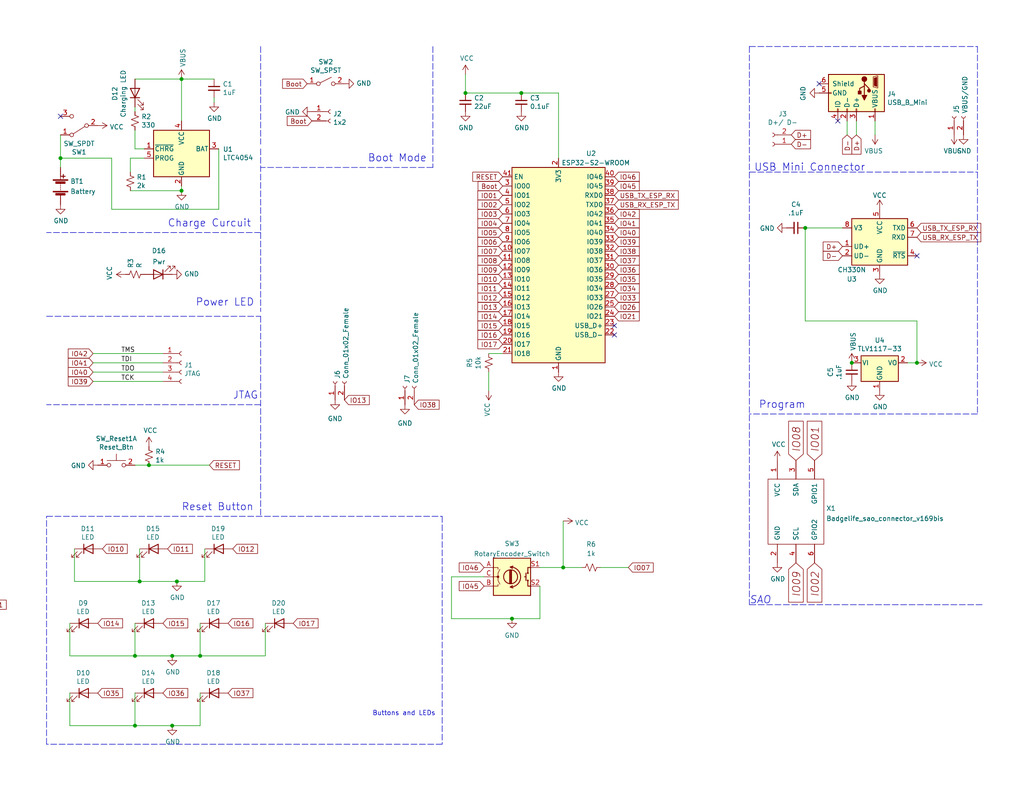
<source format=kicad_sch>
(kicad_sch (version 20211123) (generator eeschema)
  (paper "USLetter")
  (title_block (title "Prospect Boards") (date "2022-07-03") (rev "1.0") (company "BadgePirates") (comment 1 "ESP32-S2 WROVER") (comment 2 "Li-Ion Charging") (comment 3 "USB to Serial Connector"))
  (lib_symbols
    (symbol "BadgePirates:Badgelife_sao_connector_v169bis" (pin_names (offset 1.016))
      (property "Reference" "X" (at 0 0 0))
      (property "Value" "Badgelife_sao_connector_v169bis" (at 0 20.32 0))
      (symbol "Badgelife_sao_connector_v169bis_0_1"
        (rectangle (start -7.62 8.89) (end 7.62 -8.89))
      )
      (symbol "Badgelife_sao_connector_v169bis_1_1"
        (pin input line (at -5.08 13.97 270) (length 5.08) (name "VCC") (number "1"))
        (pin input line (at -5.08 -13.97 90) (length 5.08) (name "GND") (number "2"))
        (pin input line (at 0 13.97 270) (length 5.08) (name "SDA") (number "3"))
        (pin input line (at 0 -13.97 90) (length 5.08) (name "SCL") (number "4"))
        (pin input line (at 5.08 13.97 270) (length 5.08) (name "GPIO1") (number "5"))
        (pin input line (at 5.08 -13.97 90) (length 5.08) (name "GPIO2") (number "6"))
      )
    )
    (symbol "Battery_Management:LTC4054ES5-4.2" (pin_names (offset 0.254))
      (property "Reference" "U" (at -5.842 6.604 0))
      (property "Value" "LTC4054ES5-4.2" (at 1.524 6.604 0))
      (symbol "LTC4054ES5-4.2_0_1"
        (rectangle (start -7.62 5.08) (end 7.62 -7.62) (stroke (width 0.254)) (fill (type background)))
      )
      (symbol "LTC4054ES5-4.2_1_1"
        (pin open_collector line (at -10.16 0 0) (length 2.54) (name "~{CHRG}") (number "1"))
        (pin power_in line (at 0 -10.16 90) (length 2.54) (name "GND") (number "2"))
        (pin power_out line (at 10.16 0 180) (length 2.54) (name "BAT") (number "3"))
        (pin power_in line (at 0 7.62 270) (length 2.54) (name "VCC") (number "4"))
        (pin bidirectional line (at -10.16 -2.54 0) (length 2.54) (name "PROG") (number "5"))
      )
    )
    (symbol "Connector:Conn_01x02_Female" (pin_names (offset 1.016) hide)
      (property "Reference" "J" (at 0 2.54 0))
      (property "Value" "Conn_01x02_Female" (at 0 -5.08 0))
      (symbol "Conn_01x02_Female_1_1"
        (arc (start 0 -2.032) (mid -0.508 -2.54) (end 0 -3.048) (stroke (width 0.1524)))
        (polyline (pts (xy -1.27 -2.54) (xy -0.508 -2.54)) (stroke (width 0.1524)))
        (polyline (pts (xy -1.27 0) (xy -0.508 0)) (stroke (width 0.1524)))
        (arc (start 0 0.508) (mid -0.508 0) (end 0 -0.508) (stroke (width 0.1524)))
        (pin passive line (at -5.08 0 0) (length 3.81) (name "Pin_1") (number "1"))
        (pin passive line (at -5.08 -2.54 0) (length 3.81) (name "Pin_2") (number "2"))
      )
    )
    (symbol "Connector:Conn_01x04_Female" (pin_names (offset 1.016) hide)
      (property "Reference" "J" (at 0 5.08 0))
      (property "Value" "Conn_01x04_Female" (at 0 -7.62 0))
      (symbol "Conn_01x04_Female_1_1"
        (arc (start 0 -4.572) (mid -0.508 -5.08) (end 0 -5.588) (stroke (width 0.1524)))
        (arc (start 0 -2.032) (mid -0.508 -2.54) (end 0 -3.048) (stroke (width 0.1524)))
        (polyline (pts (xy -1.27 -5.08) (xy -0.508 -5.08)) (stroke (width 0.1524)))
        (polyline (pts (xy -1.27 -2.54) (xy -0.508 -2.54)) (stroke (width 0.1524)))
        (polyline (pts (xy -1.27 0) (xy -0.508 0)) (stroke (width 0.1524)))
        (polyline (pts (xy -1.27 2.54) (xy -0.508 2.54)) (stroke (width 0.1524)))
        (arc (start 0 0.508) (mid -0.508 0) (end 0 -0.508) (stroke (width 0.1524)))
        (arc (start 0 3.048) (mid -0.508 2.54) (end 0 2.032) (stroke (width 0.1524)))
        (pin passive line (at -5.08 2.54 0) (length 3.81) (name "Pin_1") (number "1"))
        (pin passive line (at -5.08 0 0) (length 3.81) (name "Pin_2") (number "2"))
        (pin passive line (at -5.08 -2.54 0) (length 3.81) (name "Pin_3") (number "3"))
        (pin passive line (at -5.08 -5.08 0) (length 3.81) (name "Pin_4") (number "4"))
      )
    )
    (symbol "Connector:USB_B_Mini" (pin_names (offset 1.016))
      (property "Reference" "J" (at -5.08 11.43 0))
      (property "Value" "USB_B_Mini" (at -5.08 8.89 0))
      (symbol "USB_B_Mini_0_1"
        (rectangle (start -5.08 -7.62) (end 5.08 7.62) (stroke (width 0.254)) (fill (type background)))
        (circle (center -3.81 2.159) (radius 0.635) (stroke (width 0.254)) (fill (type outline)))
        (circle (center -0.635 3.429) (radius 0.381) (stroke (width 0.254)) (fill (type outline)))
        (rectangle (start -0.127 -7.62) (end 0.127 -6.858))
        (polyline (pts (xy -1.905 2.159) (xy 0.635 2.159)) (stroke (width 0.254)))
        (polyline (pts (xy -3.175 2.159) (xy -2.54 2.159) (xy -1.27 3.429) (xy -0.635 3.429)) (stroke (width 0.254)))
        (polyline (pts (xy -2.54 2.159) (xy -1.905 2.159) (xy -1.27 0.889) (xy 0 0.889)) (stroke (width 0.254)))
        (polyline (pts (xy 0.635 2.794) (xy 0.635 1.524) (xy 1.905 2.159) (xy 0.635 2.794)) (stroke (width 0.254)) (fill (type outline)))
        (polyline (pts (xy -4.318 5.588) (xy -1.778 5.588) (xy -2.032 4.826) (xy -4.064 4.826) (xy -4.318 5.588)) (fill (type outline)))
        (polyline (pts (xy -4.699 5.842) (xy -4.699 5.588) (xy -4.445 4.826) (xy -4.445 4.572) (xy -1.651 4.572) (xy -1.651 4.826) (xy -1.397 5.588) (xy -1.397 5.842) (xy -4.699 5.842)))
        (rectangle (start 0.254 1.27) (end -0.508 0.508) (stroke (width 0.254)) (fill (type outline)))
        (rectangle (start 5.08 -5.207) (end 4.318 -4.953))
        (rectangle (start 5.08 -2.667) (end 4.318 -2.413))
        (rectangle (start 5.08 -0.127) (end 4.318 0.127))
        (rectangle (start 5.08 4.953) (end 4.318 5.207))
      )
      (symbol "USB_B_Mini_1_1"
        (pin power_out line (at 7.62 5.08 180) (length 2.54) (name "VBUS") (number "1"))
        (pin bidirectional line (at 7.62 -2.54 180) (length 2.54) (name "D-") (number "2"))
        (pin bidirectional line (at 7.62 0 180) (length 2.54) (name "D+") (number "3"))
        (pin passive line (at 7.62 -5.08 180) (length 2.54) (name "ID") (number "4"))
        (pin power_out line (at 0 -10.16 90) (length 2.54) (name "GND") (number "5"))
        (pin passive line (at -2.54 -10.16 90) (length 2.54) (name "Shield") (number "6"))
      )
    )
    (symbol "Device:Battery" (pin_numbers hide) (pin_names (offset 0) hide)
      (property "Reference" "BT" (at 2.54 2.54 0))
      (property "Value" "Battery" (at 2.54 0 0))
      (symbol "Battery_0_1"
        (rectangle (start -2.032 -1.397) (end 2.032 -1.651) (fill (type outline)))
        (rectangle (start -2.032 1.778) (end 2.032 1.524) (fill (type outline)))
        (rectangle (start -1.3208 -1.9812) (end 1.27 -2.4892) (fill (type outline)))
        (rectangle (start -1.3208 1.1938) (end 1.27 0.6858) (fill (type outline)))
        (polyline (pts (xy 0 -1.524) (xy 0 -1.27)))
        (polyline (pts (xy 0 -1.016) (xy 0 -0.762)))
        (polyline (pts (xy 0 -0.508) (xy 0 -0.254)))
        (polyline (pts (xy 0 0) (xy 0 0.254)))
        (polyline (pts (xy 0 0.508) (xy 0 0.762)))
        (polyline (pts (xy 0 1.778) (xy 0 2.54)))
        (polyline (pts (xy 0.254 2.667) (xy 1.27 2.667)) (stroke (width 0.254)))
        (polyline (pts (xy 0.762 3.175) (xy 0.762 2.159)) (stroke (width 0.254)))
      )
      (symbol "Battery_1_1"
        (pin passive line (at 0 5.08 270) (length 2.54) (name "+") (number "1"))
        (pin passive line (at 0 -5.08 90) (length 2.54) (name "-") (number "2"))
      )
    )
    (symbol "Device:C_Small" (pin_numbers hide) (pin_names (offset 0.254) hide)
      (property "Reference" "C" (at 0.254 1.778 0))
      (property "Value" "C_Small" (at 0.254 -2.032 0))
      (symbol "C_Small_0_1"
        (polyline (pts (xy -1.524 -0.508) (xy 1.524 -0.508)) (stroke (width 0.3302)))
        (polyline (pts (xy -1.524 0.508) (xy 1.524 0.508)) (stroke (width 0.3048)))
      )
      (symbol "C_Small_1_1"
        (pin passive line (at 0 2.54 270) (length 2.032) (name "~") (number "1"))
        (pin passive line (at 0 -2.54 90) (length 2.032) (name "~") (number "2"))
      )
    )
    (symbol "Device:LED" (pin_numbers hide) (pin_names (offset 1.016) hide)
      (property "Reference" "D" (at 0 2.54 0))
      (property "Value" "LED" (at 0 -2.54 0))
      (symbol "LED_0_1"
        (polyline (pts (xy -1.27 -1.27) (xy -1.27 1.27)) (stroke (width 0.254)))
        (polyline (pts (xy -1.27 0) (xy 1.27 0)))
        (polyline (pts (xy 1.27 -1.27) (xy 1.27 1.27) (xy -1.27 0) (xy 1.27 -1.27)) (stroke (width 0.254)))
        (polyline (pts (xy -3.048 -0.762) (xy -4.572 -2.286) (xy -3.81 -2.286) (xy -4.572 -2.286) (xy -4.572 -1.524)))
        (polyline (pts (xy -1.778 -0.762) (xy -3.302 -2.286) (xy -2.54 -2.286) (xy -3.302 -2.286) (xy -3.302 -1.524)))
      )
      (symbol "LED_1_1"
        (pin passive line (at -3.81 0 0) (length 2.54) (name "K") (number "1"))
        (pin passive line (at 3.81 0 180) (length 2.54) (name "A") (number "2"))
      )
    )
    (symbol "Device:R_Small_US" (pin_numbers hide) (pin_names (offset 0.254) hide)
      (property "Reference" "R" (at 0.762 0.508 0))
      (property "Value" "R_Small_US" (at 0.762 -1.016 0))
      (symbol "R_Small_US_1_1"
        (polyline (pts (xy 0 0) (xy 1.016 -0.381) (xy 0 -0.762) (xy -1.016 -1.143) (xy 0 -1.524)))
        (polyline (pts (xy 0 1.524) (xy 1.016 1.143) (xy 0 0.762) (xy -1.016 0.381) (xy 0 0)))
        (pin passive line (at 0 2.54 270) (length 1.016) (name "~") (number "1"))
        (pin passive line (at 0 -2.54 90) (length 1.016) (name "~") (number "2"))
      )
    )
    (symbol "Device:RotaryEncoder_Switch" (pin_names (offset 0.254) hide)
      (property "Reference" "SW" (at 0 6.604 0))
      (property "Value" "RotaryEncoder_Switch" (at 0 -6.604 0))
      (symbol "RotaryEncoder_Switch_0_1"
        (rectangle (start -5.08 5.08) (end 5.08 -5.08) (stroke (width 0.254)) (fill (type background)))
        (circle (center -3.81 0) (radius 0.254) (fill (type outline)))
        (arc (start -0.381 -2.794) (mid 2.3622 -0.0635) (end -0.381 2.667) (stroke (width 0.254)))
        (circle (center -0.381 0) (radius 1.905) (stroke (width 0.254)))
        (polyline (pts (xy -0.635 -1.778) (xy -0.635 1.778)) (stroke (width 0.254)))
        (polyline (pts (xy -0.381 -1.778) (xy -0.381 1.778)) (stroke (width 0.254)))
        (polyline (pts (xy -0.127 1.778) (xy -0.127 -1.778)) (stroke (width 0.254)))
        (polyline (pts (xy 3.81 0) (xy 3.429 0)) (stroke (width 0.254)))
        (polyline (pts (xy 3.81 1.016) (xy 3.81 -1.016)) (stroke (width 0.254)))
        (polyline (pts (xy -5.08 -2.54) (xy -3.81 -2.54) (xy -3.81 -2.032)))
        (polyline (pts (xy -5.08 2.54) (xy -3.81 2.54) (xy -3.81 2.032)))
        (polyline (pts (xy 0.254 -3.048) (xy -0.508 -2.794) (xy 0.127 -2.413)) (stroke (width 0.254)))
        (polyline (pts (xy 0.254 2.921) (xy -0.508 2.667) (xy 0.127 2.286)) (stroke (width 0.254)))
        (polyline (pts (xy 5.08 -2.54) (xy 4.318 -2.54) (xy 4.318 -1.016)) (stroke (width 0.254)))
        (polyline (pts (xy 5.08 2.54) (xy 4.318 2.54) (xy 4.318 1.016)) (stroke (width 0.254)))
        (polyline (pts (xy -5.08 0) (xy -3.81 0) (xy -3.81 -1.016) (xy -3.302 -2.032)))
        (polyline (pts (xy -4.318 0) (xy -3.81 0) (xy -3.81 1.016) (xy -3.302 2.032)))
        (circle (center 4.318 -1.016) (radius 0.127) (stroke (width 0.254)))
        (circle (center 4.318 1.016) (radius 0.127) (stroke (width 0.254)))
      )
      (symbol "RotaryEncoder_Switch_1_1"
        (pin passive line (at -7.62 2.54 0) (length 2.54) (name "A") (number "A"))
        (pin passive line (at -7.62 -2.54 0) (length 2.54) (name "B") (number "B"))
        (pin passive line (at -7.62 0 0) (length 2.54) (name "C") (number "C"))
        (pin passive line (at 7.62 2.54 180) (length 2.54) (name "S1") (number "S1"))
        (pin passive line (at 7.62 -2.54 180) (length 2.54) (name "S2") (number "S2"))
      )
    )
    (symbol "Interface_USB:CH330N"
      (property "Reference" "U" (at -7.62 6.35 0))
      (property "Value" "CH330N" (at 7.62 6.35 0))
      (symbol "CH330N_0_1"
        (rectangle (start -7.62 5.08) (end 7.62 -7.62) (stroke (width 0.254)) (fill (type background)))
      )
      (symbol "CH330N_1_1"
        (pin bidirectional line (at -10.16 -2.54 0) (length 2.54) (name "UD+") (number "1"))
        (pin bidirectional line (at -10.16 -5.08 0) (length 2.54) (name "UD-") (number "2"))
        (pin power_in line (at 0 -10.16 90) (length 2.54) (name "GND") (number "3"))
        (pin output line (at 10.16 -5.08 180) (length 2.54) (name "~{RTS}") (number "4"))
        (pin power_in line (at 0 7.62 270) (length 2.54) (name "VCC") (number "5"))
        (pin output line (at 10.16 2.54 180) (length 2.54) (name "TXD") (number "6"))
        (pin input line (at 10.16 0 180) (length 2.54) (name "RXD") (number "7"))
        (pin passive line (at -10.16 2.54 0) (length 2.54) (name "V3") (number "8"))
      )
    )
    (symbol "RF_Module:ESP32-S2-WROVER"
      (property "Reference" "U" (at -12.7 29.21 0))
      (property "Value" "ESP32-S2-WROVER" (at 2.54 29.21 0))
      (symbol "ESP32-S2-WROVER_0_1"
        (rectangle (start -12.7 27.94) (end 12.7 -25.4) (stroke (width 0.254)) (fill (type background)))
      )
      (symbol "ESP32-S2-WROVER_1_1"
        (pin power_in line (at 0 -27.94 90) (length 2.54) (name "GND") (number "1"))
        (pin bidirectional line (at -15.24 5.08 0) (length 2.54) (name "IO07") (number "10"))
        (pin bidirectional line (at -15.24 2.54 0) (length 2.54) (name "IO08") (number "11"))
        (pin bidirectional line (at -15.24 0 0) (length 2.54) (name "IO09") (number "12"))
        (pin bidirectional line (at -15.24 -2.54 0) (length 2.54) (name "IO10") (number "13"))
        (pin bidirectional line (at -15.24 -5.08 0) (length 2.54) (name "IO11") (number "14"))
        (pin bidirectional line (at -15.24 -7.62 0) (length 2.54) (name "IO12") (number "15"))
        (pin bidirectional line (at -15.24 -10.16 0) (length 2.54) (name "IO13") (number "16"))
        (pin bidirectional line (at -15.24 -12.7 0) (length 2.54) (name "IO14") (number "17"))
        (pin bidirectional line (at -15.24 -15.24 0) (length 2.54) (name "IO15") (number "18"))
        (pin bidirectional line (at -15.24 -17.78 0) (length 2.54) (name "IO16") (number "19"))
        (pin power_in line (at 0 30.48 270) (length 2.54) (name "3V3") (number "2"))
        (pin bidirectional line (at -15.24 -20.32 0) (length 2.54) (name "IO17") (number "20"))
        (pin bidirectional line (at -15.24 -22.86 0) (length 2.54) (name "IO18") (number "21"))
        (pin bidirectional line (at 15.24 -17.78 180) (length 2.54) (name "USB_D-") (number "22"))
        (pin bidirectional line (at 15.24 -15.24 180) (length 2.54) (name "USB_D+") (number "23"))
        (pin bidirectional line (at 15.24 -12.7 180) (length 2.54) (name "IO21") (number "24"))
        (pin bidirectional line (at 15.24 -10.16 180) (length 2.54) (name "IO26") (number "25"))
        (pin passive line (at 0 -27.94 90) (length 2.54) hide (name "GND") (number "26"))
        (pin bidirectional line (at 15.24 -7.62 180) (length 2.54) (name "IO33") (number "27"))
        (pin bidirectional line (at 15.24 -5.08 180) (length 2.54) (name "IO34") (number "28"))
        (pin bidirectional line (at 15.24 -2.54 180) (length 2.54) (name "IO35") (number "29"))
        (pin bidirectional line (at -15.24 22.86 0) (length 2.54) (name "IO00") (number "3"))
        (pin bidirectional line (at 15.24 0 180) (length 2.54) (name "IO36") (number "30"))
        (pin bidirectional line (at 15.24 2.54 180) (length 2.54) (name "IO37") (number "31"))
        (pin bidirectional line (at 15.24 5.08 180) (length 2.54) (name "IO38") (number "32"))
        (pin bidirectional line (at 15.24 7.62 180) (length 2.54) (name "IO39") (number "33"))
        (pin bidirectional line (at 15.24 10.16 180) (length 2.54) (name "IO40") (number "34"))
        (pin bidirectional line (at 15.24 12.7 180) (length 2.54) (name "IO41") (number "35"))
        (pin bidirectional line (at 15.24 15.24 180) (length 2.54) (name "IO42") (number "36"))
        (pin bidirectional line (at 15.24 17.78 180) (length 2.54) (name "TXD0") (number "37"))
        (pin bidirectional line (at 15.24 20.32 180) (length 2.54) (name "RXD0") (number "38"))
        (pin bidirectional line (at 15.24 22.86 180) (length 2.54) (name "IO45") (number "39"))
        (pin bidirectional line (at -15.24 20.32 0) (length 2.54) (name "IO01") (number "4"))
        (pin input line (at 15.24 25.4 180) (length 2.54) (name "IO46") (number "40"))
        (pin input line (at -15.24 25.4 0) (length 2.54) (name "EN") (number "41"))
        (pin passive line (at 0 -27.94 90) (length 2.54) hide (name "GND") (number "42"))
        (pin passive line (at 0 -27.94 90) (length 2.54) hide (name "GND") (number "43"))
        (pin bidirectional line (at -15.24 17.78 0) (length 2.54) (name "IO02") (number "5"))
        (pin bidirectional line (at -15.24 15.24 0) (length 2.54) (name "IO03") (number "6"))
        (pin bidirectional line (at -15.24 12.7 0) (length 2.54) (name "IO04") (number "7"))
        (pin bidirectional line (at -15.24 10.16 0) (length 2.54) (name "IO05") (number "8"))
        (pin bidirectional line (at -15.24 7.62 0) (length 2.54) (name "IO06") (number "9"))
      )
    )
    (symbol "Regulator_Linear:TLV1117-33" (pin_names (offset 0.254))
      (property "Reference" "U" (at -3.81 3.175 0))
      (property "Value" "TLV1117-33" (at 0 3.175 0))
      (symbol "TLV1117-33_0_1"
        (rectangle (start -5.08 -5.08) (end 5.08 1.905) (stroke (width 0.254)) (fill (type background)))
      )
      (symbol "TLV1117-33_1_1"
        (pin power_in line (at 0 -7.62 90) (length 2.54) (name "GND") (number "1"))
        (pin power_out line (at 7.62 0 180) (length 2.54) (name "VO") (number "2"))
        (pin power_in line (at -7.62 0 0) (length 2.54) (name "VI") (number "3"))
      )
    )
    (symbol "Switch:SW_Push_Dual_x2" (pin_names (offset 1.016) hide)
      (property "Reference" "SW" (at 1.27 2.54 0))
      (property "Value" "SW_Push_Dual_x2" (at 0 -1.524 0))
      (symbol "SW_Push_Dual_x2_0_1"
        (circle (center -2.032 0) (radius 0.508))
        (polyline (pts (xy 0 1.27) (xy 0 3.048)))
        (polyline (pts (xy 2.54 1.27) (xy -2.54 1.27)))
        (circle (center 2.032 0) (radius 0.508))
      )
      (symbol "SW_Push_Dual_x2_1_1"
        (pin passive line (at -5.08 0 0) (length 2.54) (name "C") (number "1"))
        (pin passive line (at 5.08 0 180) (length 2.54) (name "D") (number "2"))
      )
      (symbol "SW_Push_Dual_x2_2_1"
        (pin passive line (at -5.08 0 0) (length 2.54) (name "C") (number "3"))
        (pin passive line (at 5.08 0 180) (length 2.54) (name "D") (number "4"))
      )
    )
    (symbol "Switch:SW_SPDT" (pin_names (offset 0) hide)
      (property "Reference" "SW" (at 0 4.318 0))
      (property "Value" "SW_SPDT" (at 0 -5.08 0))
      (symbol "SW_SPDT_0_0"
        (circle (center -2.032 0) (radius 0.508))
        (circle (center 2.032 -2.54) (radius 0.508))
      )
      (symbol "SW_SPDT_0_1"
        (polyline (pts (xy -1.524 0.254) (xy 1.651 2.286)))
        (circle (center 2.032 2.54) (radius 0.508))
      )
      (symbol "SW_SPDT_1_1"
        (pin passive line (at 5.08 2.54 180) (length 2.54) (name "A") (number "1"))
        (pin passive line (at -5.08 0 0) (length 2.54) (name "B") (number "2"))
        (pin passive line (at 5.08 -2.54 180) (length 2.54) (name "C") (number "3"))
      )
    )
    (symbol "Switch:SW_SPST" (pin_names (offset 0) hide)
      (property "Reference" "SW" (at 0 3.175 0))
      (property "Value" "SW_SPST" (at 0 -2.54 0))
      (symbol "SW_SPST_0_0"
        (circle (center -2.032 0) (radius 0.508))
        (polyline (pts (xy -1.524 0.254) (xy 1.524 1.778)))
        (circle (center 2.032 0) (radius 0.508))
      )
      (symbol "SW_SPST_1_1"
        (pin passive line (at -5.08 0 0) (length 2.54) (name "A") (number "1"))
        (pin passive line (at 5.08 0 180) (length 2.54) (name "B") (number "2"))
      )
    )
    (symbol "power:GND" (power) (pin_names (offset 0))
      (property "Value" "GND" (at 0 -3.81 0))
      (symbol "GND_0_1"
        (polyline (pts (xy 0 0) (xy 0 -1.27) (xy 1.27 -1.27) (xy 0 -2.54) (xy -1.27 -1.27) (xy 0 -1.27)))
      )
      (symbol "GND_1_1"
        (pin power_in line (at 0 0 270) (length 0) hide (name "GND") (number "1"))
      )
    )
    (symbol "power:VBUS" (power) (pin_names (offset 0))
      (property "Value" "VBUS" (at 0 3.81 0))
      (symbol "VBUS_0_1"
        (polyline (pts (xy -0.762 1.27) (xy 0 2.54)))
        (polyline (pts (xy 0 0) (xy 0 2.54)))
        (polyline (pts (xy 0 2.54) (xy 0.762 1.27)))
      )
      (symbol "VBUS_1_1"
        (pin power_in line (at 0 0 90) (length 0) hide (name "VBUS") (number "1"))
      )
    )
    (symbol "power:VCC" (power) (pin_names (offset 0))
      (property "Value" "VCC" (at 0 3.81 0))
      (symbol "VCC_0_1"
        (polyline (pts (xy -0.762 1.27) (xy 0 2.54)))
        (polyline (pts (xy 0 0) (xy 0 2.54)))
        (polyline (pts (xy 0 2.54) (xy 0.762 1.27)))
      )
      (symbol "VCC_1_1"
        (pin power_in line (at 0 0 90) (length 0) hide (name "VCC") (number "1"))
      )
    )
  )
  (junction (at 36.83 198.12))
  (junction (at 232.41 99.06))
  (junction (at 36.83 179.07))
  (junction (at 142.24 25.4))
  (junction (at -55.88 142.24))
  (junction (at 127 25.4))
  (junction (at 40.64 127))
  (junction (at 139.7 168.91))
  (junction (at 16.51 43.18))
  (junction (at 250.19 99.06))
  (junction (at -38.1 173.99))
  (junction (at 54.61 179.07))
  (junction (at -48.26 173.99))
  (junction (at -30.48 173.99))
  (junction (at 46.99 198.12))
  (junction (at 49.53 21.59))
  (junction (at 153.67 154.94))
  (junction (at -38.1 142.24))
  (junction (at -45.72 142.24))
  (junction (at 38.1 158.75))
  (junction (at 46.99 179.07))
  (junction (at 48.26 158.75))
  (junction (at 49.53 52.07))
  (junction (at 219.71 62.23))
  (no_connect (at 167.64 91.44))
  (no_connect (at 229.87 -52.07))
  (no_connect (at 223.52 22.86))
  (no_connect (at 16.51 31.75))
  (no_connect (at 228.6 33.02))
  (no_connect (at 167.64 88.9))
  (no_connect (at 250.19 69.85))
  (polyline (pts (xy 266.7 12.7) (xy 266.7 113.03)))
  (wire (pts (xy 127 25.4) (xy 142.24 25.4)))
  (wire (pts (xy 20.32 158.75) (xy 38.1 158.75)))
  (wire (pts (xy 49.53 50.8) (xy 49.53 52.07)))
  (polyline (pts (xy 12.7 140.97) (xy 120.65 140.97)))
  (wire (pts (xy 36.83 189.23) (xy 36.83 198.12)))
  (polyline (pts (xy 204.47 12.7) (xy 204.47 165.1)))
  (wire (pts (xy 36.83 40.64) (xy 39.37 40.64)))
  (wire (pts (xy 39.37 43.18) (xy 35.56 43.18)))
  (wire (pts (xy 142.24 25.4) (xy 152.4 25.4)))
  (polyline (pts (xy 118.11 12.7) (xy 118.11 45.72)))
  (polyline (pts (xy 12.7 86.36) (xy 71.12 86.36)))
  (polyline (pts (xy 12.7 203.2) (xy 12.7 140.97)))
  (wire (pts (xy 19.05 189.23) (xy 19.05 198.12)))
  (wire (pts (xy 132.08 157.48) (xy 123.19 157.48)))
  (wire (pts (xy 25.4 96.52) (xy 44.45 96.52)))
  (wire (pts (xy -20.32 142.24) (xy -20.32 133.35)))
  (wire (pts (xy 36.83 127) (xy 40.64 127)))
  (wire (pts (xy 58.42 26.67) (xy 58.42 27.94)))
  (wire (pts (xy 55.88 149.86) (xy 55.88 158.75)))
  (polyline (pts (xy 204.47 12.7) (xy 266.7 12.7)))
  (wire (pts (xy 247.65 99.06) (xy 250.19 99.06)))
  (wire (pts (xy -30.48 173.99) (xy -12.7 173.99)))
  (polyline (pts (xy 118.11 45.72) (xy 71.12 45.72)))
  (wire (pts (xy 123.19 168.91) (xy 139.7 168.91)))
  (polyline (pts (xy 71.12 12.7) (xy 71.12 39.37)))
  (polyline (pts (xy 267.97 165.1) (xy 204.47 165.1)))
  (wire (pts (xy 54.61 189.23) (xy 54.61 198.12)))
  (wire (pts (xy 19.05 170.18) (xy 19.05 179.07)))
  (wire (pts (xy 35.56 52.07) (xy 49.53 52.07)))
  (wire (pts (xy 137.16 96.52) (xy 133.35 96.52)))
  (wire (pts (xy 36.83 170.18) (xy 36.83 179.07)))
  (wire (pts (xy 72.39 179.07) (xy 72.39 170.18)))
  (wire (pts (xy -30.48 165.1) (xy -30.48 173.99)))
  (wire (pts (xy 219.71 87.63) (xy 250.19 87.63)))
  (wire (pts (xy 25.4 101.6) (xy 44.45 101.6)))
  (wire (pts (xy 250.19 87.63) (xy 250.19 99.06)))
  (wire (pts (xy -12.7 173.99) (xy -12.7 165.1)))
  (wire (pts (xy -73.66 133.35) (xy -73.66 142.24)))
  (wire (pts (xy -38.1 133.35) (xy -38.1 142.24)))
  (wire (pts (xy 16.51 36.83) (xy 16.51 43.18)))
  (wire (pts (xy 127 25.4) (xy 127 20.32)))
  (wire (pts (xy 59.69 57.15) (xy 30.48 57.15)))
  (wire (pts (xy 46.99 198.12) (xy 54.61 198.12)))
  (wire (pts (xy 16.51 43.18) (xy 16.51 45.72)))
  (wire (pts (xy 231.14 33.02) (xy 231.14 36.83)))
  (wire (pts (xy 36.83 198.12) (xy 46.99 198.12)))
  (wire (pts (xy -66.04 173.99) (xy -48.26 173.99)))
  (wire (pts (xy 36.83 35.56) (xy 36.83 40.64)))
  (wire (pts (xy 147.32 160.02) (xy 147.32 168.91)))
  (wire (pts (xy 123.19 157.48) (xy 123.19 168.91)))
  (wire (pts (xy 153.67 142.24) (xy 153.67 154.94)))
  (wire (pts (xy -73.66 142.24) (xy -55.88 142.24)))
  (wire (pts (xy -55.88 142.24) (xy -45.72 142.24)))
  (wire (pts (xy 20.32 149.86) (xy 20.32 158.75)))
  (wire (pts (xy -66.04 165.1) (xy -66.04 173.99)))
  (wire (pts (xy 36.83 29.21) (xy 36.83 30.48)))
  (polyline (pts (xy 120.65 203.2) (xy 12.7 203.2)))
  (wire (pts (xy 40.64 127) (xy 57.15 127)))
  (polyline (pts (xy 71.12 110.49) (xy 12.7 110.49)))
  (wire (pts (xy 233.68 33.02) (xy 233.68 36.83)))
  (wire (pts (xy -38.1 173.99) (xy -30.48 173.99)))
  (wire (pts (xy 229.87 62.23) (xy 219.71 62.23)))
  (polyline (pts (xy 71.12 86.36) (xy 71.12 140.97)))
  (wire (pts (xy 38.1 149.86) (xy 38.1 158.75)))
  (wire (pts (xy 49.53 21.59) (xy 58.42 21.59)))
  (wire (pts (xy 38.1 158.75) (xy 48.26 158.75)))
  (wire (pts (xy 19.05 179.07) (xy 36.83 179.07)))
  (wire (pts (xy 163.83 154.94) (xy 171.45 154.94)))
  (wire (pts (xy 59.69 40.64) (xy 59.69 57.15)))
  (wire (pts (xy 153.67 154.94) (xy 158.75 154.94)))
  (polyline (pts (xy 204.47 46.99) (xy 266.7 46.99)))
  (wire (pts (xy 152.4 25.4) (xy 152.4 43.18)))
  (polyline (pts (xy 120.65 140.97) (xy 120.65 203.2)))
  (wire (pts (xy 219.71 62.23) (xy 219.71 87.63)))
  (wire (pts (xy -48.26 165.1) (xy -48.26 173.99)))
  (wire (pts (xy 46.99 179.07) (xy 54.61 179.07)))
  (wire (pts (xy -55.88 133.35) (xy -55.88 142.24)))
  (wire (pts (xy 19.05 198.12) (xy 36.83 198.12)))
  (wire (pts (xy -45.72 142.24) (xy -38.1 142.24)))
  (wire (pts (xy 54.61 170.18) (xy 54.61 179.07)))
  (wire (pts (xy 147.32 154.94) (xy 153.67 154.94)))
  (wire (pts (xy 36.83 179.07) (xy 46.99 179.07)))
  (wire (pts (xy 30.48 57.15) (xy 30.48 43.18)))
  (wire (pts (xy 133.35 101.6) (xy 133.35 106.68)))
  (wire (pts (xy -38.1 142.24) (xy -20.32 142.24)))
  (wire (pts (xy 238.76 33.02) (xy 238.76 36.83)))
  (wire (pts (xy 25.4 99.06) (xy 44.45 99.06)))
  (wire (pts (xy 54.61 179.07) (xy 72.39 179.07)))
  (polyline (pts (xy 266.7 113.03) (xy 204.47 113.03)))
  (wire (pts (xy 147.32 168.91) (xy 139.7 168.91)))
  (wire (pts (xy -48.26 173.99) (xy -38.1 173.99)))
  (polyline (pts (xy 71.12 40.64) (xy 71.12 85.09)))
  (wire (pts (xy 30.48 43.18) (xy 16.51 43.18)))
  (wire (pts (xy 48.26 158.75) (xy 55.88 158.75)))
  (polyline (pts (xy 71.12 63.5) (xy 12.7 63.5)))
  (wire (pts (xy 36.83 21.59) (xy 49.53 21.59)))
  (wire (pts (xy 25.4 104.14) (xy 44.45 104.14)))
  (wire (pts (xy 49.53 21.59) (xy 49.53 33.02)))
  (wire (pts (xy 35.56 43.18) (xy 35.56 46.99)))
  (text "Reset Button\n" (at 49.53 139.7 0) (effects (font (size 2.0066 2.0066)) (justify left bottom)))
  (text "Power LED" (at 53.34 83.82 0) (effects (font (size 2.0066 2.0066)) (justify left bottom)))
  (text "Program" (at 207.01 111.76 0) (effects (font (size 2.0066 2.0066)) (justify left bottom)))
  (text "JTAG" (at 63.5 109.22 0) (effects (font (size 2.0066 2.0066)) (justify left bottom)))
  (text "Boot Mode" (at 100.33 44.45 0) (effects (font (size 2.0066 2.0066)) (justify left bottom)))
  (text "Charge Curcuit\n" (at 45.72 62.23 0) (effects (font (size 2.0066 2.0066)) (justify left bottom)))
  (text "USB Mini Connector" (at 205.74 46.99 0) (effects (font (size 2.0066 2.0066)) (justify left bottom)))
  (text "SAO" (at 204.47 165.1 0) (effects (font (size 2.0066 2.0066) italic) (justify left bottom)))
  (text "Buttons and LEDs" (at 101.6 195.58 0) (effects (font (size 1.27 1.27)) (justify left bottom)))
  (label "TMS" (at 33.02 96.52 0))
  (label "TDO" (at 33.02 101.6 0))
  (label "TCK" (at 33.02 104.14 0))
  (label "TDI" (at 33.02 99.06 0))
  (global_label "USB_RX_ESP_TX" (shape input) (at 250.19 64.77 0) (property "Intersheet References" "${INTERSHEET_REFS}" (effects hide)))
  (global_label "Boot" (shape input) (at 85.09 33.02 180) (property "Intersheet References" "${INTERSHEET_REFS}" (effects hide)))
  (global_label "Boot" (shape input) (at 137.16 50.8 180) (property "Intersheet References" "${INTERSHEET_REFS}" (effects hide)))
  (global_label "IO33" (shape input) (at -40.64 165.1 0) (property "Intersheet References" "${INTERSHEET_REFS}" (effects hide)))
  (global_label "IO35" (shape input) (at 26.67 189.23 0) (property "Intersheet References" "${INTERSHEET_REFS}" (effects hide)))
  (global_label "USB_TX_ESP_RX" (shape input) (at 167.64 53.34 0) (property "Intersheet References" "${INTERSHEET_REFS}" (effects hide)))
  (global_label "IO06" (shape input) (at 137.16 66.04 180) (property "Intersheet References" "${INTERSHEET_REFS}" (effects hide)))
  (global_label "RESET" (shape input) (at 57.15 127 0) (property "Intersheet References" "${INTERSHEET_REFS}" (effects hide)))
  (global_label "IO05" (shape input) (at 137.16 63.5 180) (property "Intersheet References" "${INTERSHEET_REFS}" (effects hide)))
  (global_label "IO36" (shape input) (at 167.64 73.66 0) (property "Intersheet References" "${INTERSHEET_REFS}" (effects hide)))
  (global_label "D+" (shape input) (at 215.9 36.83 0) (property "Intersheet References" "${INTERSHEET_REFS}" (effects hide)))
  (global_label "IO11" (shape input) (at 137.16 78.74 180) (property "Intersheet References" "${INTERSHEET_REFS}" (effects hide)))
  (global_label "IO05" (shape input) (at -30.48 133.35 0) (property "Intersheet References" "${INTERSHEET_REFS}" (effects hide)))
  (global_label "IO46" (shape input) (at 167.64 48.26 0) (property "Intersheet References" "${INTERSHEET_REFS}" (effects hide)))
  (global_label "IO01" (shape input) (at 137.16 53.34 180) (property "Intersheet References" "${INTERSHEET_REFS}" (effects hide)))
  (global_label "IO02" (shape input) (at 137.16 55.88 180) (property "Intersheet References" "${INTERSHEET_REFS}" (effects hide)))
  (global_label "IO34" (shape input) (at -58.42 165.1 0) (property "Intersheet References" "${INTERSHEET_REFS}" (effects hide)))
  (global_label "IO46" (shape input) (at 132.08 154.94 180) (property "Intersheet References" "${INTERSHEET_REFS}" (effects hide)))
  (global_label "IO08" (shape input) (at 217.17 125.73 90) (effects (font (size 2.0066 2.0066) italic)) (property "Intersheet References" "${INTERSHEET_REFS}" (effects hide)))
  (global_label "IO07" (shape input) (at 137.16 68.58 180) (property "Intersheet References" "${INTERSHEET_REFS}" (effects hide)))
  (global_label "IO45" (shape input) (at 167.64 50.8 0) (property "Intersheet References" "${INTERSHEET_REFS}" (effects hide)))
  (global_label "USB_RX_ESP_TX" (shape input) (at 167.64 55.88 0) (property "Intersheet References" "${INTERSHEET_REFS}" (effects hide)))
  (global_label "IO04" (shape input) (at 137.16 60.96 180) (property "Intersheet References" "${INTERSHEET_REFS}" (effects hide)))
  (global_label "IO08" (shape input) (at 137.16 71.12 180) (property "Intersheet References" "${INTERSHEET_REFS}" (effects hide)))
  (global_label "IO42" (shape input) (at 167.64 58.42 0) (property "Intersheet References" "${INTERSHEET_REFS}" (effects hide)))
  (global_label "IO15" (shape input) (at 137.16 88.9 180) (property "Intersheet References" "${INTERSHEET_REFS}" (effects hide)))
  (global_label "IO26" (shape input) (at 167.64 83.82 0) (property "Intersheet References" "${INTERSHEET_REFS}" (effects hide)))
  (global_label "IO39" (shape input) (at 25.4 104.14 180) (property "Intersheet References" "${INTERSHEET_REFS}" (effects hide)))
  (global_label "IO09" (shape input) (at 217.17 153.67 270) (effects (font (size 2.0066 2.0066) italic)) (property "Intersheet References" "${INTERSHEET_REFS}" (effects hide)))
  (global_label "IO16" (shape input) (at 137.16 91.44 180) (property "Intersheet References" "${INTERSHEET_REFS}" (effects hide)))
  (global_label "IO11" (shape input) (at 45.72 149.86 0) (property "Intersheet References" "${INTERSHEET_REFS}" (effects hide)))
  (global_label "IO10" (shape input) (at 27.94 149.86 0) (property "Intersheet References" "${INTERSHEET_REFS}" (effects hide)))
  (global_label "IO03" (shape input) (at 137.16 58.42 180) (property "Intersheet References" "${INTERSHEET_REFS}" (effects hide)))
  (global_label "D-" (shape input) (at 215.9 39.37 0) (property "Intersheet References" "${INTERSHEET_REFS}" (effects hide)))
  (global_label "D+" (shape input) (at 229.87 67.31 180) (property "Intersheet References" "${INTERSHEET_REFS}" (effects hide)))
  (global_label "IO41" (shape input) (at 25.4 99.06 180) (property "Intersheet References" "${INTERSHEET_REFS}" (effects hide)))
  (global_label "IO34" (shape input) (at 167.64 78.74 0) (property "Intersheet References" "${INTERSHEET_REFS}" (effects hide)))
  (global_label "IO36" (shape input) (at 44.45 189.23 0) (property "Intersheet References" "${INTERSHEET_REFS}" (effects hide)))
  (global_label "D-" (shape input) (at 229.87 69.85 180) (property "Intersheet References" "${INTERSHEET_REFS}" (effects hide)))
  (global_label "IO33" (shape input) (at 167.64 81.28 0) (property "Intersheet References" "${INTERSHEET_REFS}" (effects hide)))
  (global_label "IO03" (shape input) (at -66.04 133.35 0) (property "Intersheet References" "${INTERSHEET_REFS}" (effects hide)))
  (global_label "IO15" (shape input) (at 44.45 170.18 0) (property "Intersheet References" "${INTERSHEET_REFS}" (effects hide)))
  (global_label "RESET" (shape input) (at 137.16 48.26 180) (property "Intersheet References" "${INTERSHEET_REFS}" (effects hide)))
  (global_label "IO38" (shape input) (at 167.64 68.58 0) (property "Intersheet References" "${INTERSHEET_REFS}" (effects hide)))
  (global_label "IO14" (shape input) (at 137.16 86.36 180) (property "Intersheet References" "${INTERSHEET_REFS}" (effects hide)))
  (global_label "IO02" (shape input) (at 222.25 153.67 270) (effects (font (size 2.0066 2.0066) italic)) (property "Intersheet References" "${INTERSHEET_REFS}" (effects hide)))
  (global_label "IO12" (shape input) (at 63.5 149.86 0) (property "Intersheet References" "${INTERSHEET_REFS}" (effects hide)))
  (global_label "IO01" (shape input) (at 222.25 125.73 90) (effects (font (size 2.0066 2.0066) italic)) (property "Intersheet References" "${INTERSHEET_REFS}" (effects hide)))
  (global_label "IO07" (shape input) (at 171.45 154.94 0) (property "Intersheet References" "${INTERSHEET_REFS}" (effects hide)))
  (global_label "IO40" (shape input) (at 25.4 101.6 180) (property "Intersheet References" "${INTERSHEET_REFS}" (effects hide)))
  (global_label "IO35" (shape input) (at 167.64 76.2 0) (property "Intersheet References" "${INTERSHEET_REFS}" (effects hide)))
  (global_label "IO26" (shape input) (at -22.86 165.1 0) (property "Intersheet References" "${INTERSHEET_REFS}" (effects hide)))
  (global_label "IO21" (shape input) (at -5.08 165.1 0) (property "Intersheet References" "${INTERSHEET_REFS}" (effects hide)))
  (global_label "IO40" (shape input) (at 167.64 63.5 0) (property "Intersheet References" "${INTERSHEET_REFS}" (effects hide)))
  (global_label "D+" (shape input) (at 233.68 36.83 270) (property "Intersheet References" "${INTERSHEET_REFS}" (effects hide)))
  (global_label "IO45" (shape input) (at 132.08 160.02 180) (property "Intersheet References" "${INTERSHEET_REFS}" (effects hide)))
  (global_label "USB_TX_ESP_RX" (shape input) (at 250.19 62.23 0) (property "Intersheet References" "${INTERSHEET_REFS}" (effects hide)))
  (global_label "IO37" (shape input) (at 167.64 71.12 0) (property "Intersheet References" "${INTERSHEET_REFS}" (effects hide)))
  (global_label "IO17" (shape input) (at 80.01 170.18 0) (property "Intersheet References" "${INTERSHEET_REFS}" (effects hide)))
  (global_label "IO09" (shape input) (at 137.16 73.66 180) (property "Intersheet References" "${INTERSHEET_REFS}" (effects hide)))
  (global_label "IO06" (shape input) (at -12.7 133.35 0) (property "Intersheet References" "${INTERSHEET_REFS}" (effects hide)))
  (global_label "IO04" (shape input) (at -48.26 133.35 0) (property "Intersheet References" "${INTERSHEET_REFS}" (effects hide)))
  (global_label "IO12" (shape input) (at 137.16 81.28 180) (property "Intersheet References" "${INTERSHEET_REFS}" (effects hide)))
  (global_label "IO16" (shape input) (at 62.23 170.18 0) (property "Intersheet References" "${INTERSHEET_REFS}" (effects hide)))
  (global_label "IO39" (shape input) (at 167.64 66.04 0) (property "Intersheet References" "${INTERSHEET_REFS}" (effects hide)))
  (global_label "Boot" (shape input) (at 83.82 22.86 180) (property "Intersheet References" "${INTERSHEET_REFS}" (effects hide)))
  (global_label "IO42" (shape input) (at 25.4 96.52 180) (property "Intersheet References" "${INTERSHEET_REFS}" (effects hide)))
  (global_label "IO41" (shape input) (at 167.64 60.96 0) (property "Intersheet References" "${INTERSHEET_REFS}" (effects hide)))
  (global_label "IO13" (shape input) (at 137.16 83.82 180) (property "Intersheet References" "${INTERSHEET_REFS}" (effects hide)))
  (global_label "IO10" (shape input) (at 137.16 76.2 180) (property "Intersheet References" "${INTERSHEET_REFS}" (effects hide)))
  (global_label "IO13" (shape input) (at 93.98 109.22 0) (property "Intersheet References" "${INTERSHEET_REFS}" (effects hide)))
  (global_label "IO37" (shape input) (at 62.23 189.23 0) (property "Intersheet References" "${INTERSHEET_REFS}" (effects hide)))
  (global_label "IO14" (shape input) (at 26.67 170.18 0) (property "Intersheet References" "${INTERSHEET_REFS}" (effects hide)))
  (global_label "IO17" (shape input) (at 137.16 93.98 180) (property "Intersheet References" "${INTERSHEET_REFS}" (effects hide)))
  (global_label "IO38" (shape input) (at 113.03 110.49 0) (property "Intersheet References" "${INTERSHEET_REFS}" (effects hide)))
  (global_label "IO21" (shape input) (at 167.64 86.36 0) (property "Intersheet References" "${INTERSHEET_REFS}" (effects hide)))
  (global_label "D-" (shape input) (at 231.14 36.83 270) (property "Intersheet References" "${INTERSHEET_REFS}" (effects hide)))
  (symbol (lib_id "RF_Module:ESP32-S2-WROVER") (at 152.4 73.66 0) (unit 1)
    (property "Reference" "U2" (at 161.29 41.91 0))
    (property "Value" "ESP32-S2-WROOM" (at 162.56 44.45 0))
    (property "Footprint" "BadgePiratesCommon:ESP32-S2-WROVER" (effects hide))
    (property "Datasheet" "https://www.espressif.com/sites/default/files/documentation/esp32-s2-wroom_esp32-s2-wroom-i_datasheet_en.pdf" (effects hide))
  )
  (symbol (lib_id "Device:C_Small") (at 58.42 24.13 0) (unit 1)
    (property "Reference" "C1" (at 60.7568 22.9616 0) (effects (justify left)))
    (property "Value" "1uF" (at 60.7568 25.273 0) (effects (justify left)))
    (property "Footprint" "BadgePiratesCommon:C_0805_2012Metric" (effects hide))
  )
  (symbol (lib_id "power:GND") (at 48.26 158.75 0) (unit 1)
    (property "Reference" "#PWR011" (effects hide))
    (property "Value" "GND" (at 48.387 163.1442 0))
  )
  (symbol (lib_id "power:GND") (at 58.42 27.94 0) (unit 1)
    (property "Reference" "#PWR014" (effects hide))
    (property "Value" "GND" (at 58.547 32.3342 0))
  )
  (symbol (lib_id "Device:LED") (at 36.83 25.4 90) (unit 1)
    (property "Reference" "D12" (at 31.3182 25.5778 0))
    (property "Value" "Charging LED" (at 33.6296 25.5778 0))
    (property "Footprint" "LED_SMD:LED_1206_3216Metric" (effects hide))
  )
  (symbol (lib_id "Device:LED") (at 43.18 74.93 180) (unit 1)
    (property "Reference" "D16" (at 43.3578 68.453 0))
    (property "Value" "Pwr" (at 43.3578 70.7644 0) (effects (justify bottom)))
    (property "Footprint" "LED_SMD:LED_1206_3216Metric" (effects hide))
  )
  (symbol (lib_id "Switch:SW_SPDT") (at 21.59 34.29 180) (unit 1)
    (property "Reference" "SW1" (at 21.59 41.529 0))
    (property "Value" "SW_SPDT" (at 21.59 39.2176 0))
    (property "Footprint" "BadgePiratesCommon:SW_SPDT_PCM12" (effects hide))
  )
  (symbol (lib_id "Device:LED") (at 24.13 149.86 0) (unit 1)
    (property "Reference" "D11" (at 23.9522 144.3482 0))
    (property "Value" "LED" (at 23.9522 146.6596 0))
    (property "Footprint" "BadgePiratesCommon:LED_Osram_Lx_P47F_D2mm_ReverseMount_Proper_Mask Only" (effects hide))
  )
  (symbol (lib_id "Device:LED") (at 41.91 149.86 0) (unit 1)
    (property "Reference" "D15" (at 41.7322 144.3482 0))
    (property "Value" "LED" (at 41.7322 146.6596 0))
    (property "Footprint" "BadgePiratesCommon:LED_Osram_Lx_P47F_D2mm_ReverseMount_Proper_Mask Only" (effects hide))
  )
  (symbol (lib_id "Device:LED") (at 59.69 149.86 0) (unit 1)
    (property "Reference" "D19" (at 59.5122 144.3482 0))
    (property "Value" "LED" (at 59.5122 146.6596 0))
    (property "Footprint" "BadgePiratesCommon:LED_Osram_Lx_P47F_D2mm_ReverseMount_Proper_Mask Only" (effects hide))
  )
  (symbol (lib_id "power:GND") (at 152.4 101.6 0) (unit 1)
    (property "Reference" "#PWR022" (effects hide))
    (property "Value" "GND" (at 152.527 105.9942 0))
  )
  (symbol (lib_id "Device:R_Small_US") (at 133.35 99.06 0) (unit 1)
    (property "Reference" "R5" (at 128.143 99.06 90))
    (property "Value" "10k" (at 130.4544 99.06 90))
    (property "Footprint" "BadgePiratesCommon:R_1206_3216Metric" (effects hide))
  )
  (symbol (lib_id "Device:C_Small") (at 142.24 27.94 0) (unit 1)
    (property "Reference" "C3" (at 144.5768 26.7716 0) (effects (justify left)))
    (property "Value" "0.1uF" (at 144.5768 29.083 0) (effects (justify left)))
    (property "Footprint" "BadgePiratesCommon:C_0805_2012Metric" (effects hide))
  )
  (symbol (lib_id "Device:C_Small") (at 127 27.94 0) (unit 1)
    (property "Reference" "C2" (at 129.3368 26.7716 0) (effects (justify left)))
    (property "Value" "22uF" (at 129.3368 29.083 0) (effects (justify left)))
    (property "Footprint" "BadgePiratesCommon:C_0805_2012Metric" (effects hide))
  )
  (symbol (lib_id "power:GND") (at 16.51 55.88 0) (unit 1)
    (property "Reference" "#PWR03" (effects hide))
    (property "Value" "GND" (at 16.637 60.2742 0))
  )
  (symbol (lib_id "power:GND") (at 223.52 25.4 270) (unit 1)
    (property "Reference" "#PWR027" (effects hide))
    (property "Value" "GND" (at 219.1258 25.527 0))
  )
  (symbol (lib_id "power:VBUS") (at 49.53 21.59 0) (unit 1)
    (property "Reference" "#PWR012" (effects hide))
    (property "Value" "VBUS" (at 49.911 18.3388 90) (effects (justify left)))
  )
  (symbol (lib_id "power:VBUS") (at 238.76 36.83 180) (unit 1)
    (property "Reference" "#PWR030" (effects hide))
    (property "Value" "VBUS" (at 238.379 41.2242 0))
  )
  (symbol (lib_id "power:VCC") (at 26.67 34.29 270) (unit 1)
    (property "Reference" "#PWR04" (effects hide))
    (property "Value" "VCC" (at 29.9212 34.671 90) (effects (justify left)))
  )
  (symbol (lib_id "power:VCC") (at 34.29 74.93 90) (unit 1)
    (property "Reference" "#PWR06" (effects hide))
    (property "Value" "VCC" (at 29.8958 74.549 0))
  )
  (symbol (lib_id "power:VCC") (at 127 20.32 0) (unit 1)
    (property "Reference" "#PWR017" (effects hide))
    (property "Value" "VCC" (at 127.381 15.9258 0))
  )
  (symbol (lib_id "Battery_Management:LTC4054ES5-4.2") (at 49.53 40.64 0) (unit 1)
    (property "Reference" "U1" (at 60.8076 40.7416 0) (effects (justify left)))
    (property "Value" "LTC4054" (at 60.8076 43.053 0) (effects (justify left)))
    (property "Footprint" "BadgePiratesCommon:LTC4054" (effects hide))
    (property "Datasheet" "https://www.analog.com/media/en/technical-documentation/data-sheets/405442xf.pdf" (effects hide))
  )
  (symbol (lib_id "power:GND") (at 49.53 52.07 0) (unit 1)
    (property "Reference" "#PWR013" (effects hide))
    (property "Value" "GND" (at 49.657 56.4642 0))
  )
  (symbol (lib_id "Device:R_Small_US") (at 36.83 33.02 0) (unit 1)
    (property "Reference" "R2" (at 38.5572 31.8516 0) (effects (justify left)))
    (property "Value" "330" (at 38.5572 34.163 0) (effects (justify left)))
    (property "Footprint" "BadgePiratesCommon:R_1206_3216Metric" (effects hide))
  )
  (symbol (lib_id "power:GND") (at 127 30.48 0) (unit 1)
    (property "Reference" "#PWR018" (effects hide))
    (property "Value" "GND" (at 127.127 34.8742 0))
  )
  (symbol (lib_id "power:GND") (at 142.24 30.48 0) (unit 1)
    (property "Reference" "#PWR021" (effects hide))
    (property "Value" "GND" (at 142.367 34.8742 0))
  )
  (symbol (lib_id "Device:R_Small_US") (at 35.56 49.53 0) (unit 1)
    (property "Reference" "R1" (at 37.2872 48.3616 0) (effects (justify left)))
    (property "Value" "2k" (at 37.2872 50.673 0) (effects (justify left)))
    (property "Footprint" "BadgePiratesCommon:R_1206_3216Metric" (effects hide))
  )
  (symbol (lib_id "Connector:Conn_01x04_Female") (at 49.53 99.06 0) (unit 1)
    (property "Reference" "J1" (at 50.2412 99.6696 0) (effects (justify left)))
    (property "Value" "JTAG" (at 50.2412 101.981 0) (effects (justify left)))
    (property "Footprint" "Connector_PinHeader_2.54mm:PinHeader_1x04_P2.54mm_Vertical" (effects hide))
  )
  (symbol (lib_id "power:VCC") (at 133.35 106.68 180) (unit 1)
    (property "Reference" "#PWR019" (effects hide))
    (property "Value" "VCC" (at 132.969 109.9058 90) (effects (justify left)))
  )
  (symbol (lib_id "power:GND") (at 46.99 74.93 90) (unit 1)
    (property "Reference" "#PWR08" (effects hide))
    (property "Value" "GND" (at 50.2412 74.803 90) (effects (justify right)))
  )
  (symbol (lib_id "Device:R_Small_US") (at 40.64 124.46 0) (unit 1)
    (property "Reference" "R4" (at 42.3672 123.2916 0) (effects (justify left)))
    (property "Value" "1k" (at 42.3672 125.603 0) (effects (justify left)))
    (property "Footprint" "BadgePiratesCommon:R_1206_3216Metric" (effects hide))
  )
  (symbol (lib_id "power:VCC") (at 40.64 121.92 0) (unit 1)
    (property "Reference" "#PWR07" (effects hide))
    (property "Value" "VCC" (at 41.021 117.5258 0))
  )
  (symbol (lib_id "Device:R_Small_US") (at 36.83 74.93 90) (unit 1)
    (property "Reference" "R3" (at 35.6616 73.2028 0) (effects (justify left)))
    (property "Value" "R" (at 37.973 73.2028 0) (effects (justify left)))
    (property "Footprint" "BadgePiratesCommon:R_1206_3216Metric" (effects hide))
  )
  (symbol (lib_id "Interface_USB:CH330N") (at 240.03 64.77 0) (unit 1)
    (property "Reference" "U3" (at 232.41 76.2 0))
    (property "Value" "CH330N" (at 232.41 73.66 0))
    (property "Footprint" "BadgePiratesCommon:SOIC-8-1EP_W3.9mm" (effects hide))
    (property "Datasheet" "http://www.wch.cn/downloads/file/240.html" (effects hide))
  )
  (symbol (lib_id "Regulator_Linear:TLV1117-33") (at 240.03 99.06 0) (unit 1)
    (property "Reference" "U4" (at 240.03 92.9132 0))
    (property "Value" "TLV1117-33" (at 240.03 95.2246 0))
    (property "Footprint" "BadgePiratesCommon:SOT-223" (effects hide))
    (property "Datasheet" "http://www.ti.com/lit/ds/symlink/tlv1117.pdf" (effects hide))
  )
  (symbol (lib_id "power:GND") (at 240.03 74.93 0) (unit 1)
    (property "Reference" "#PWR032" (effects hide))
    (property "Value" "GND" (at 240.157 79.3242 0))
  )
  (symbol (lib_id "power:GND") (at 240.03 106.68 0) (unit 1)
    (property "Reference" "#PWR033" (effects hide))
    (property "Value" "GND" (at 240.157 111.0742 0))
  )
  (symbol (lib_id "Device:C_Small") (at 217.17 62.23 270) (unit 1)
    (property "Reference" "C4" (at 217.17 55.8292 90))
    (property "Value" ".1uF" (at 217.17 58.1406 90))
    (property "Footprint" "BadgePiratesCommon:C_0805_2012Metric" (effects hide))
  )
  (symbol (lib_id "power:GND") (at 214.63 62.23 270) (unit 1)
    (property "Reference" "#PWR026" (effects hide))
    (property "Value" "GND" (at 211.3788 62.357 90) (effects (justify right)))
  )
  (symbol (lib_id "Connector:USB_B_Mini") (at 233.68 25.4 270) (unit 1)
    (property "Reference" "J4" (at 242.062 25.6794 90) (effects (justify left)))
    (property "Value" "USB_B_Mini" (at 242.062 27.9908 90) (effects (justify left)))
    (property "Footprint" "BadgePiratesCommon:USB_Micro-B_Wuerth" (effects hide))
  )
  (symbol (lib_id "power:VCC") (at 250.19 99.06 270) (unit 1)
    (property "Reference" "#PWR034" (effects hide))
    (property "Value" "VCC" (at 253.4412 99.441 90) (effects (justify left)))
  )
  (symbol (lib_id "Switch:SW_Push_Dual_x2") (at 31.75 127 0) (unit 1)
    (property "Reference" "SW_Reset1" (at 31.75 119.761 0))
    (property "Value" "Reset_Btn" (at 31.75 122.0724 0))
    (property "Footprint" "BadgePiratesCommon:Switch_Tactile_SMD_B3U-1000P-BPVersion" (effects hide))
  )
  (symbol (lib_id "power:GND") (at 26.67 127 270) (unit 1)
    (property "Reference" "#PWR05" (effects hide))
    (property "Value" "GND" (at 23.4188 127.127 90) (effects (justify right)))
  )
  (symbol (lib_id "Device:C_Small") (at 232.41 101.6 0) (unit 1)
    (property "Reference" "C5" (at 226.5934 101.6 90))
    (property "Value" ".1uF" (at 228.9048 101.6 90))
    (property "Footprint" "BadgePiratesCommon:C_0805_2012Metric" (effects hide))
  )
  (symbol (lib_id "power:GND") (at 232.41 104.14 0) (unit 1)
    (property "Reference" "#PWR029" (effects hide))
    (property "Value" "GND" (at 232.537 108.5342 0))
  )
  (symbol (lib_id "power:VCC") (at 240.03 57.15 0) (unit 1)
    (property "Reference" "#PWR031" (effects hide))
    (property "Value" "VCC" (at 240.03 53.34 0))
  )
  (symbol (lib_id "power:GND") (at 212.09 153.67 0) (unit 1)
    (property "Reference" "#PWR025" (effects hide))
    (property "Value" "GND" (at 212.217 158.0642 0))
  )
  (symbol (lib_id "power:VCC") (at 212.09 125.73 0) (unit 1)
    (property "Reference" "#PWR024" (effects hide))
    (property "Value" "VCC" (at 212.471 121.3358 0))
  )
  (symbol (lib_id "Connector:Conn_01x02_Female") (at 90.17 30.48 0) (unit 1)
    (property "Reference" "J2" (at 90.8812 31.0896 0) (effects (justify left)))
    (property "Value" "1x2" (at 90.8812 33.401 0) (effects (justify left)))
    (property "Footprint" "Connector_PinHeader_2.54mm:PinHeader_1x02_P2.54mm_Vertical" (effects hide))
  )
  (symbol (lib_id "power:GND") (at 85.09 30.48 270) (unit 1)
    (property "Reference" "#PWR015" (effects hide))
    (property "Value" "GND" (at 81.8388 30.607 90) (effects (justify right)))
  )
  (symbol (lib_id "Connector:Conn_01x02_Female") (at 210.82 39.37 180) (unit 1)
    (property "Reference" "J3" (at 213.5632 31.115 0))
    (property "Value" "D+/ D-" (at 213.5632 33.4264 0))
    (property "Footprint" "Connector_PinHeader_2.54mm:PinHeader_1x02_P2.54mm_Vertical" (effects hide))
  )
  (symbol (lib_id "Connector:Conn_01x02_Female") (at 260.35 31.75 90) (unit 1)
    (property "Reference" "J5" (at 260.9596 31.0388 0) (effects (justify left)))
    (property "Value" "VBUS/GND" (at 263.271 31.0388 0) (effects (justify left)))
    (property "Footprint" "Connector_PinHeader_2.54mm:PinHeader_1x02_P2.54mm_Vertical" (effects hide))
  )
  (symbol (lib_id "power:VBUS") (at 260.35 36.83 180) (unit 1)
    (property "Reference" "#PWR035" (effects hide))
    (property "Value" "VBUS" (at 259.969 41.2242 0))
  )
  (symbol (lib_id "power:GND") (at 262.89 36.83 0) (unit 1)
    (property "Reference" "#PWR036" (effects hide))
    (property "Value" "GND" (at 263.017 41.2242 0))
  )
  (symbol (lib_id "power:VBUS") (at 232.41 99.06 0) (unit 1)
    (property "Reference" "#PWR028" (effects hide))
    (property "Value" "VBUS" (at 232.791 95.8088 90) (effects (justify left)))
  )
  (symbol (lib_id "Switch:SW_SPST") (at 88.9 22.86 0) (unit 1)
    (property "Reference" "SW2" (at 88.9 16.891 0))
    (property "Value" "SW_SPST" (at 88.9 19.2024 0))
    (property "Footprint" "BadgePiratesCommon:Switch_Tactile_SMD_B3U-1000P-BPVersion" (effects hide))
  )
  (symbol (lib_id "power:GND") (at 93.98 22.86 90) (unit 1)
    (property "Reference" "#PWR016" (effects hide))
    (property "Value" "GND" (at 97.2312 22.733 90) (effects (justify right)))
  )
  (symbol (lib_id "Device:LED") (at 58.42 170.18 0) (unit 1)
    (property "Reference" "D17" (at 58.2422 164.6682 0))
    (property "Value" "LED" (at 58.2422 166.9796 0))
    (property "Footprint" "BadgePiratesCommon:LED_Osram_Lx_P47F_D2mm_ReverseMount_Proper_Mask Only" (effects hide))
  )
  (symbol (lib_id "Device:LED") (at -52.07 133.35 0) (unit 1)
    (property "Reference" "D3" (at -52.2478 127.8382 0))
    (property "Value" "LED" (at -52.2478 130.1496 0))
    (property "Footprint" "BadgePiratesCommon:LED_Osram_Lx_P47F_D2mm_ReverseMount_Proper_Mask Only" (effects hide))
  )
  (symbol (lib_id "Device:LED") (at 76.2 170.18 0) (unit 1)
    (property "Reference" "D20" (at 76.0222 164.6682 0))
    (property "Value" "LED" (at 76.0222 166.9796 0))
    (property "Footprint" "BadgePiratesCommon:LED_Osram_Lx_P47F_D2mm_ReverseMount_Proper_Mask Only" (effects hide))
  )
  (symbol (lib_id "power:GND") (at 46.99 179.07 0) (unit 1)
    (property "Reference" "#PWR09" (effects hide))
    (property "Value" "GND" (at 47.117 183.4642 0))
  )
  (symbol (lib_id "Device:LED") (at -34.29 133.35 0) (unit 1)
    (property "Reference" "D5" (at -34.4678 127.8382 0))
    (property "Value" "LED" (at -34.4678 130.1496 0))
    (property "Footprint" "BadgePiratesCommon:LED_Osram_Lx_P47F_D2mm_ReverseMount_Proper_Mask Only" (effects hide))
  )
  (symbol (lib_id "Device:LED") (at 40.64 170.18 0) (unit 1)
    (property "Reference" "D13" (at 40.4622 164.6682 0))
    (property "Value" "LED" (at 40.4622 166.9796 0))
    (property "Footprint" "BadgePiratesCommon:LED_Osram_Lx_P47F_D2mm_ReverseMount_Proper_Mask Only" (effects hide))
  )
  (symbol (lib_id "Device:Battery") (at 16.51 50.8 0) (unit 1)
    (property "Reference" "BT1" (at 19.177 49.5105 0) (effects (justify left)))
    (property "Value" "Battery" (at 19.177 52.2856 0) (effects (justify left)))
    (property "Footprint" "BadgePirates:Keystone-1042-0" (effects hide))
  )
  (symbol (lib_id "Device:LED") (at 22.86 189.23 0) (unit 1)
    (property "Reference" "D10" (at 22.6822 183.7182 0))
    (property "Value" "LED" (at 22.6822 186.0296 0))
    (property "Footprint" "BadgePiratesCommon:LED_Osram_Lx_P47F_D2mm_ReverseMount_Proper_Mask Only" (effects hide))
  )
  (symbol (lib_id "Device:LED") (at -26.67 165.1 0) (unit 1)
    (property "Reference" "D6" (at -26.8478 159.5882 0))
    (property "Value" "LED" (at -26.8478 161.8996 0))
    (property "Footprint" "BadgePiratesCommon:LED_Osram_Lx_P47F_D2mm_ReverseMount_Proper_Mask Only" (effects hide))
  )
  (symbol (lib_id "power:GND") (at 110.49 110.49 0) (unit 1)
    (property "Reference" "#PWR0102" (effects hide))
    (property "Value" "GND" (at 110.49 115.57 0))
  )
  (symbol (lib_id "Device:R_Small_US") (at 161.29 154.94 270) (unit 1)
    (property "Reference" "R6" (at 161.29 148.59 90))
    (property "Value" "1k" (at 161.29 151.13 90))
    (property "Footprint" "BadgePiratesCommon:R_1206_3216Metric" (effects hide))
  )
  (symbol (lib_id "Connector:Conn_01x02_Female") (at 91.44 104.14 90) (unit 1)
    (property "Reference" "J6" (at 92.0496 103.4288 0) (effects (justify left)))
    (property "Value" "Conn_01x02_Female" (at 94.361 103.4288 0) (effects (justify left)))
    (property "Footprint" "Connector_PinHeader_2.54mm:PinHeader_1x02_P2.54mm_Vertical" (effects hide))
  )
  (symbol (lib_id "Device:LED") (at -16.51 133.35 0) (unit 1)
    (property "Reference" "D7" (at -16.6878 127.8382 0))
    (property "Value" "LED" (at -16.6878 130.1496 0))
    (property "Footprint" "BadgePiratesCommon:LED_Osram_Lx_P47F_D2mm_ReverseMount_Proper_Mask Only" (effects hide))
  )
  (symbol (lib_id "power:GND") (at -45.72 142.24 0) (unit 1)
    (property "Reference" "#PWR01" (effects hide))
    (property "Value" "GND" (at -45.593 146.6342 0))
  )
  (symbol (lib_id "Device:LED") (at -44.45 165.1 0) (unit 1)
    (property "Reference" "D4" (at -44.6278 159.5882 0))
    (property "Value" "LED" (at -44.6278 161.8996 0))
    (property "Footprint" "BadgePiratesCommon:LED_Osram_Lx_P47F_D2mm_ReverseMount_Proper_Mask Only" (effects hide))
  )
  (symbol (lib_id "Device:LED") (at 22.86 170.18 0) (unit 1)
    (property "Reference" "D9" (at 22.6822 164.6682 0))
    (property "Value" "LED" (at 22.6822 166.9796 0))
    (property "Footprint" "BadgePiratesCommon:LED_Osram_Lx_P47F_D2mm_ReverseMount_Proper_Mask Only" (effects hide))
  )
  (symbol (lib_id "Device:LED") (at 58.42 189.23 0) (unit 1)
    (property "Reference" "D18" (at 58.2422 183.7182 0))
    (property "Value" "LED" (at 58.2422 186.0296 0))
    (property "Footprint" "BadgePiratesCommon:LED_Osram_Lx_P47F_D2mm_ReverseMount_Proper_Mask Only" (effects hide))
  )
  (symbol (lib_id "Connector:Conn_01x02_Female") (at 110.49 105.41 90) (unit 1)
    (property "Reference" "J7" (at 111.0996 104.6988 0) (effects (justify left)))
    (property "Value" "Conn_01x02_Female" (at 113.411 104.6988 0) (effects (justify left)))
    (property "Footprint" "Connector_PinHeader_2.54mm:PinHeader_1x02_P2.54mm_Vertical" (effects hide))
  )
  (symbol (lib_id "power:VCC") (at 153.67 142.24 270) (unit 1)
    (property "Reference" "#PWR023" (effects hide))
    (property "Value" "VCC" (at 156.845 142.719 90) (effects (justify left)))
  )
  (symbol (lib_id "power:GND") (at 46.99 198.12 0) (unit 1)
    (property "Reference" "#PWR010" (effects hide))
    (property "Value" "GND" (at 47.117 202.5142 0))
  )
  (symbol (lib_id "power:GND") (at -38.1 173.99 0) (unit 1)
    (property "Reference" "#PWR02" (effects hide))
    (property "Value" "GND" (at -37.973 178.3842 0))
  )
  (symbol (lib_id "Device:LED") (at -8.89 165.1 0) (unit 1)
    (property "Reference" "D8" (at -9.0678 159.5882 0))
    (property "Value" "LED" (at -9.0678 161.8996 0))
    (property "Footprint" "BadgePiratesCommon:LED_Osram_Lx_P47F_D2mm_ReverseMount_Proper_Mask Only" (effects hide))
  )
  (symbol (lib_id "power:GND") (at 91.44 109.22 0) (unit 1)
    (property "Reference" "#PWR0101" (effects hide))
    (property "Value" "GND" (at 91.44 114.3 0))
  )
  (symbol (lib_id "BadgePirates:Badgelife_sao_connector_v169bis") (at 217.17 139.7 0) (unit 1)
    (property "Reference" "X1" (at 225.425 138.7915 0) (effects (justify left)))
    (property "Value" "Badgelife_sao_connector_v169bis" (at 225.425 141.5666 0) (effects (justify left)))
    (property "Footprint" "BadgePiratesCommon:Badgelife-SAOv169-SAO_Side_B.SLK" (effects hide))
  )
  (symbol (lib_id "power:GND") (at 139.7 168.91 0) (unit 1)
    (property "Reference" "#PWR020" (effects hide))
    (property "Value" "GND" (at 139.7 173.4725 0))
  )
  (symbol (lib_id "Device:LED") (at -69.85 133.35 0) (unit 1)
    (property "Reference" "D1" (at -70.0278 127.8382 0))
    (property "Value" "LED" (at -70.0278 130.1496 0))
    (property "Footprint" "BadgePiratesCommon:LED_Osram_Lx_P47F_D2mm_ReverseMount_Proper_Mask Only" (effects hide))
  )
  (symbol (lib_id "Device:RotaryEncoder_Switch") (at 139.7 157.48 0) (unit 1)
    (property "Reference" "SW3" (at 139.7 148.4335 0))
    (property "Value" "RotaryEncoder_Switch" (at 139.7 151.2086 0))
    (property "Footprint" "Rotary_Encoder:RotaryEncoder_Alps_EC12E-Switch_Vertical_H20mm_CircularMountingHoles" (effects hide))
  )
  (symbol (lib_id "Device:LED") (at -62.23 165.1 0) (unit 1)
    (property "Reference" "D2" (at -62.4078 159.5882 0))
    (property "Value" "LED" (at -62.4078 161.8996 0))
    (property "Footprint" "BadgePiratesCommon:LED_Osram_Lx_P47F_D2mm_ReverseMount_Proper_Mask Only" (effects hide))
  )
  (symbol (lib_id "Device:LED") (at 40.64 189.23 0) (unit 1)
    (property "Reference" "D14" (at 40.4622 183.7182 0))
    (property "Value" "LED" (at 40.4622 186.0296 0))
    (property "Footprint" "BadgePiratesCommon:LED_Osram_Lx_P47F_D2mm_ReverseMount_Proper_Mask Only" (effects hide))
  )
)
</source>
